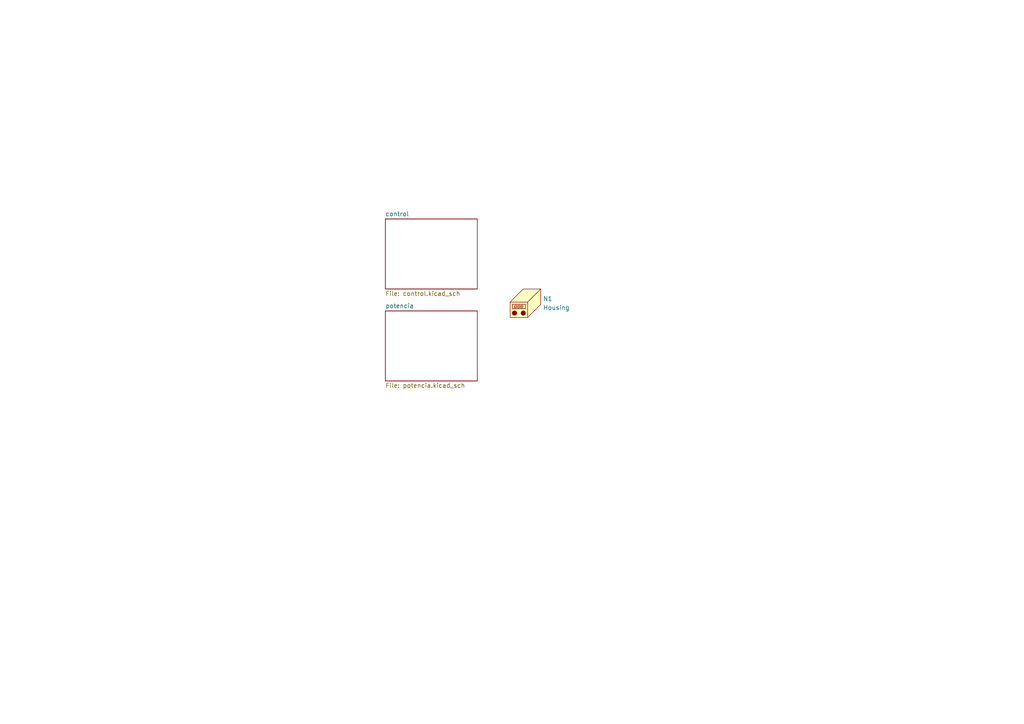
<source format=kicad_sch>
(kicad_sch (version 20230121) (generator eeschema)
  (paper "A4")
  (title_block (title "FreeDS Arquitectura Sánchez") (date "2023-05-30") (rev "1") (company "Iván Sánchez Ortega,  César Sánchez Ortega"))
  (lib_symbols
    (symbol "Mechanical:Housing" (pin_names (offset 1.016))
      (property "Reference" "N" (at 3.81 0 0))
      (property "Value" "Housing" (at 3.81 -1.905 0))
      (symbol "Housing_0_1"
        (rectangle (start -5.08 -0.635) (end -1.27 -1.905))
        (circle (center -4.445 -3.175) (radius 0.635) (fill (type outline)))
        (circle (center -1.905 -3.175) (radius 0.635) (fill (type outline)))
        (polyline (pts (xy -4.5212 -1.5748) (xy -4.4704 -1.3716)))
        (polyline (pts (xy -4.4196 -1.6764) (xy -4.064 -1.6764)))
        (polyline (pts (xy -4.4196 -1.2192) (xy -4.3688 -0.9652)))
        (polyline (pts (xy -4.318 -1.3208) (xy -4.0132 -1.3208)))
        (polyline (pts (xy -4.2164 -0.9144) (xy -3.9116 -0.9144)))
        (polyline (pts (xy -3.9116 -1.6256) (xy -3.8608 -1.3716)))
        (polyline (pts (xy -3.81 -1.2192) (xy -3.7592 -0.9652)))
        (polyline (pts (xy -3.6068 -1.5748) (xy -3.556 -1.3716)))
        (polyline (pts (xy -3.5052 -1.6764) (xy -3.1496 -1.6764)))
        (polyline (pts (xy -3.5052 -1.2192) (xy -3.4544 -0.9652)))
        (polyline (pts (xy -3.4036 -1.3208) (xy -3.0988 -1.3208)))
        (polyline (pts (xy -3.302 -0.9144) (xy -2.9972 -0.9144)))
        (polyline (pts (xy -2.9972 -1.6256) (xy -2.9464 -1.3716)))
        (polyline (pts (xy -2.8956 -1.2192) (xy -2.8448 -0.9652)))
        (polyline (pts (xy -2.6924 -1.5748) (xy -2.6416 -1.3716)))
        (polyline (pts (xy -2.5908 -1.6764) (xy -2.2352 -1.6764)))
        (polyline (pts (xy -2.5908 -1.2192) (xy -2.54 -0.9652)))
        (polyline (pts (xy -2.4892 -1.3208) (xy -2.1844 -1.3208)))
        (polyline (pts (xy -2.3876 -0.9144) (xy -2.0828 -0.9144)))
        (polyline (pts (xy -2.0828 -1.6256) (xy -2.032 -1.3716)))
        (polyline (pts (xy -1.9812 -1.2192) (xy -1.9304 -0.9652)))
        (polyline (pts (xy -0.635 0) (xy -0.635 -4.445)))
        (polyline (pts (xy -5.715 0) (xy -0.635 0) (xy 3.175 3.81)))
        (polyline (pts (xy -5.715 0) (xy -5.715 -4.445) (xy -0.635 -4.445) (xy 3.175 -0.635) (xy 3.175 3.81) (xy -1.905 3.81) (xy -5.715 0)) (fill (type background)))
      )
    )
  )
  (symbol (lib_id "Mechanical:Housing") (at 153.67 87.63 0) (unit 1) (on_board no)
    (property "Reference" "N1" (at 157.48 86.6775 0) (effects (justify left)))
    (property "Value" "Housing" (at 157.48 89.2175 0) (effects (justify left)))
    (property "Compras" "https://www.aliexpress.com/item/32856717327.html" (effects hide))
    (property "Grupo" "Básico" (effects hide))
  )
  (sheet (at 111.76 90.17) (size 26.67 20.32) (stroke (width 0.1524))
    (property "Sheetname" "potencia" (at 111.76 89.4584 0) (effects (justify left bottom)))
    (property "Sheetfile" "potencia.kicad_sch" (at 111.76 111.0746 0) (effects (justify left top)))
  )
  (sheet (at 111.76 63.5) (size 26.67 20.32) (stroke (width 0.1524))
    (property "Sheetname" "control" (at 111.76 62.7884 0) (effects (justify left bottom)))
    (property "Sheetfile" "control.kicad_sch" (at 111.76 84.4046 0) (effects (justify left top)))
  )
)
</source>
